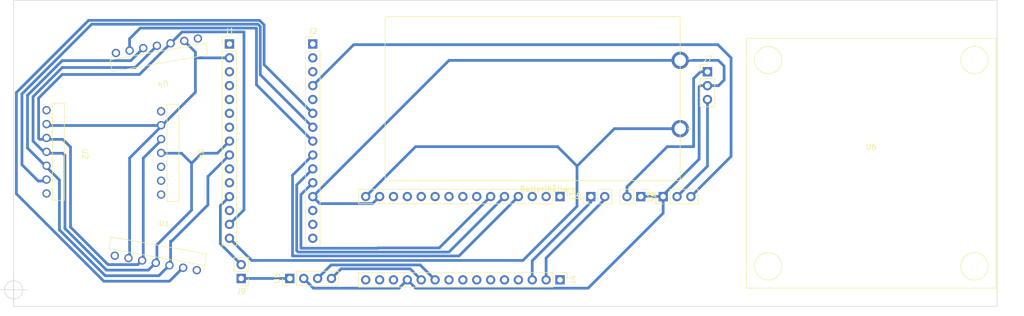
<source format=kicad_pcb>
(kicad_pcb (version 20211014) (generator pcbnew)
  (title_block (date "sam. 04 avril 2015"))
  (layers (0 "F.Cu" signal) (31 "B.Cu" signal) (34 "B.Paste" user) (35 "F.Paste" user) (36 "B.SilkS" user "B.Silkscreen") (37 "F.SilkS" user "F.Silkscreen") (38 "B.Mask" user) (39 "F.Mask" user) (44 "Edge.Cuts" user))
  (net 0 "")
  (net 1 "GND")
  (net 2 "/~{RESET}")
  (net 3 "/*D9")
  (net 4 "/D8")
  (net 5 "/D7")
  (net 6 "/*D6")
  (net 7 "/*D5")
  (net 8 "/D4")
  (net 9 "+5V")
  (net 10 "/A3")
  (net 11 "/A2")
  (net 12 "/A1")
  (net 13 "/A0")
  (net 14 "/AREF")
  (net 15 "/D0{slash}RX")
  (net 16 "/D1{slash}TX")
  (net 17 "/A7")
  (net 18 "/A6")
  (net 19 "/A5{slash}SCL")
  (net 20 "/A4{slash}SDA")
  (net 21 "/D13{slash}SCK")
  (net 22 "/D2")
  (net 23 "/*D3")
  (net 24 "/*D10{slash}SS")
  (net 25 "/*D11{slash}MOSI")
  (net 26 "/D12{slash}MISO")
  (net 27 "+3.3V")
  (net 34 "+9V")
  (net 35 "+BATT")
  (net 36 "/A0{slash}D4")
  (net 37 "/A1{slash}*D3")
  (net 38 "/A2{slash}D2")
  (net 39 "Net-(J9-Pad1)")
  (footprint "Connector_PinHeader_2.54mm:PinHeader_1x04_P2.54mm_Vertical" (layer "F.Cu") (at 113.548 121.92 90)
    (fp_text reference "U5" (at 0 -2.33 90) (layer "F.SilkS"))
    (fp_text value "Start_module")
    (fp_line (start -1.33 8.95) (end 1.33 8.95) (layer "F.SilkS") (width 0.12))
    (fp_line (start -1.33 0) (end -1.33 -1.33) (layer "F.SilkS") (width 0.12))
    (fp_line (start -1.33 1.27) (end 1.33 1.27) (layer "F.SilkS") (width 0.12))
    (fp_line (start -1.33 -1.33) (end 0 -1.33) (layer "F.SilkS") (width 0.12))
    (fp_line (start -1.33 1.27) (end -1.33 8.95) (layer "F.SilkS") (width 0.12))
    (fp_line (start 1.33 1.27) (end 1.33 8.95) (layer "F.SilkS") (width 0.12))
    (pad "1" thru_hole rect (at 0 0 90) (size 1.7 1.7) (drill 1) (layers *.Cu *.Mask) (net 39 "Net-(J9-Pad1)"))
    (pad "2" thru_hole oval (at 0 2.54 90) (size 1.7 1.7) (drill 1) (layers *.Cu *.Mask) (net 1 "GND"))
    (pad "3" thru_hole oval (at 0 5.08 90) (size 1.7 1.7) (drill 1) (layers *.Cu *.Mask) (net 23 "/*D3"))
    (pad "4" thru_hole oval (at 0 7.62 90) (size 1.7 1.7) (drill 1) (layers *.Cu *.Mask) (net 22 "/D2"))
  )
  (footprint "Connector_PinHeader_2.54mm:PinHeader_1x15_P2.54mm_Vertical" (layer "F.Cu") (at 102.5 79)
    (fp_text reference "J1" (at 0 -2.33) (layer "F.SilkS"))
    (fp_text value "Conn_01x15")
    (fp_line (start -1.33 -1.33) (end 0 -1.33) (layer "F.SilkS") (width 0.12))
    (fp_line (start -1.33 1.27) (end 1.33 1.27) (layer "F.SilkS") (width 0.12))
    (fp_line (start 1.33 1.27) (end 1.33 36.89) (layer "F.SilkS") (width 0.12))
    (fp_line (start -1.33 36.89) (end 1.33 36.89) (layer "F.SilkS") (width 0.12))
    (fp_line (start -1.33 0) (end -1.33 -1.33) (layer "F.SilkS") (width 0.12))
    (fp_line (start -1.33 1.27) (end -1.33 36.89) (layer "F.SilkS") (width 0.12))
    (pad "1" thru_hole rect (at 0 0) (size 1.7 1.7) (drill 1) (layers *.Cu *.Mask) (net 21 "/D13{slash}SCK"))
    (pad "2" thru_hole oval (at 0 2.54) (size 1.7 1.7) (drill 1) (layers *.Cu *.Mask) (net 27 "+3.3V"))
    (pad "3" thru_hole oval (at 0 5.08) (size 1.7 1.7) (drill 1) (layers *.Cu *.Mask) (net 14 "/AREF"))
    (pad "4" thru_hole oval (at 0 7.62) (size 1.7 1.7) (drill 1) (layers *.Cu *.Mask) (net 13 "/A0"))
    (pad "5" thru_hole oval (at 0 10.16) (size 1.7 1.7) (drill 1) (layers *.Cu *.Mask) (net 12 "/A1"))
    (pad "6" thru_hole oval (at 0 12.7) (size 1.7 1.7) (drill 1) (layers *.Cu *.Mask) (net 11 "/A2"))
    (pad "7" thru_hole oval (at 0 15.24) (size 1.7 1.7) (drill 1) (layers *.Cu *.Mask) (net 10 "/A3"))
    (pad "8" thru_hole oval (at 0 17.78) (size 1.7 1.7) (drill 1) (layers *.Cu *.Mask) (net 20 "/A4{slash}SDA"))
    (pad "9" thru_hole oval (at 0 20.32) (size 1.7 1.7) (drill 1) (layers *.Cu *.Mask) (net 19 "/A5{slash}SCL"))
    (pad "10" thru_hole oval (at 0 22.86) (size 1.7 1.7) (drill 1) (layers *.Cu *.Mask) (net 18 "/A6"))
    (pad "11" thru_hole oval (at 0 25.4) (size 1.7 1.7) (drill 1) (layers *.Cu *.Mask) (net 17 "/A7"))
    (pad "12" thru_hole oval (at 0 27.94) (size 1.7 1.7) (drill 1) (layers *.Cu *.Mask) (net 9 "+5V"))
    (pad "13" thru_hole oval (at 0 30.48) (size 1.7 1.7) (drill 1) (layers *.Cu *.Mask) (net 2 "/~{RESET}"))
    (pad "14" thru_hole oval (at 0 33.02) (size 1.7 1.7) (drill 1) (layers *.Cu *.Mask) (net 1 "GND"))
    (pad "15" thru_hole oval (at 0 35.56) (size 1.7 1.7) (drill 1) (layers *.Cu *.Mask) (net 34 "+9V"))
  )
  (footprint "Death_by_table:VL53L1x" (layer "F.Cu") (at 96.726092 78 -170)
    (fp_text reference "U4" (at 7.725 -7.075 -170 unlocked) (layer "F.SilkS"))
    (fp_text value "VL53L1X")
    (fp_line (start 16.5 -3.25) (end 16.5 -1.075) (layer "F.SilkS") (width 0.12))
    (fp_line (start 16.5 -1.075) (end -1.275 -1.075) (layer "F.SilkS") (width 0.12))
    (fp_line (start -1.275 -1.075) (end -1.275 -3.25) (layer "F.SilkS") (width 0.12))
    (fp_line (start -1.275 -3.25) (end 16.5 -3.25) (layer "F.SilkS") (width 0.12))
    (pad "1" thru_hole circle (at 0 0 190) (size 1.524 1.524) (drill 1) (layers *.Cu *.Mask))
    (pad "2" thru_hole circle (at 2.54 0 190) (size 1.524 1.524) (drill 1) (layers *.Cu *.Mask) (net 27 "+3.3V"))
    (pad "3" thru_hole circle (at 5.08 0 190) (size 1.524 1.524) (drill 1) (layers *.Cu *.Mask) (net 1 "GND"))
    (pad "4" thru_hole circle (at 7.62 0 190) (size 1.524 1.524) (drill 1) (layers *.Cu *.Mask) (net 20 "/A4{slash}SDA"))
    (pad "5" thru_hole circle (at 10.16 0 190) (size 1.524 1.524) (drill 1) (layers *.Cu *.Mask) (net 19 "/A5{slash}SCL"))
    (pad "6" thru_hole circle (at 12.7 0 190) (size 1.524 1.524) (drill 1) (layers *.Cu *.Mask) (net 7 "/*D5"))
    (pad "7" thru_hole circle (at 15.24 0 190) (size 1.524 1.524) (drill 1) (layers *.Cu *.Mask))
  )
  (footprint "Death_by_table:VL53L1x" (layer "F.Cu") (at 81.72 117.5 -10)
    (fp_text reference "U1" (at 7.725 -7.075 -10 unlocked) (layer "F.SilkS"))
    (fp_text value "VL53L1X")
    (fp_line (start 16.34 -0.795) (end -1.435 -0.795) (layer "F.SilkS") (width 0.12))
    (fp_line (start 16.34 -2.97) (end 16.34 -0.795) (layer "F.SilkS") (width 0.12))
    (fp_line (start -1.435 -2.97) (end 16.34 -2.97) (layer "F.SilkS") (width 0.12))
    (fp_line (start -1.435 -0.795) (end -1.435 -2.97) (layer "F.SilkS") (width 0.12))
    (pad "1" thru_hole circle (at -0.16 0.28 350) (size 1.524 1.524) (drill 1) (layers *.Cu *.Mask))
    (pad "2" thru_hole circle (at 2.38 0.28 350) (size 1.524 1.524) (drill 1) (layers *.Cu *.Mask) (net 27 "+3.3V"))
    (pad "3" thru_hole circle (at 4.92 0.28 350) (size 1.524 1.524) (drill 1) (layers *.Cu *.Mask) (net 1 "GND"))
    (pad "4" thru_hole circle (at 7.46 0.28 350) (size 1.524 1.524) (drill 1) (layers *.Cu *.Mask) (net 20 "/A4{slash}SDA"))
    (pad "5" thru_hole circle (at 10 0.28 350) (size 1.524 1.524) (drill 1) (layers *.Cu *.Mask) (net 19 "/A5{slash}SCL"))
    (pad "6" thru_hole circle (at 12.54 0.28 350) (size 1.524 1.524) (drill 1) (layers *.Cu *.Mask) (net 5 "/D7"))
    (pad "7" thru_hole circle (at 15.08 0.28 350) (size 1.524 1.524) (drill 1) (layers *.Cu *.Mask))
  )
  (footprint "Connector_PinHeader_2.54mm:PinHeader_1x03_P2.54mm_Vertical" (layer "F.Cu") (at 189.992 84.089)
    (fp_text reference "J7" (at 0 -2.33) (layer "F.SilkS"))
    (fp_text value "Conn_01x03")
    (fp_line (start -1.33 1.27) (end -1.33 6.41) (layer "F.SilkS") (width 0.12))
    (fp_line (start -1.33 0) (end -1.33 -1.33) (layer "F.SilkS") (width 0.12))
    (fp_line (start -1.33 -1.33) (end 0 -1.33) (layer "F.SilkS") (width 0.12))
    (fp_line (start -1.33 1.27) (end 1.33 1.27) (layer "F.SilkS") (width 0.12))
    (fp_line (start -1.33 6.41) (end 1.33 6.41) (layer "F.SilkS") (width 0.12))
    (fp_line (start 1.33 1.27) (end 1.33 6.41) (layer "F.SilkS") (width 0.12))
    (pad "1" thru_hole rect (at 0 0) (size 1.7 1.7) (drill 1) (layers *.Cu *.Mask) (net 35 "+BATT"))
    (pad "2" thru_hole oval (at 0 2.54) (size 1.7 1.7) (drill 1) (layers *.Cu *.Mask) (net 1 "GND"))
    (pad "3" thru_hole oval (at 0 5.08) (size 1.7 1.7) (drill 1) (layers *.Cu *.Mask) (net 9 "+5V"))
  )
  (footprint "Connector_PinHeader_2.54mm:PinHeader_1x15_P2.54mm_Vertical" (layer "F.Cu") (at 163 122.174 -90)
    (fp_text reference "J4" (at 0 -2.33 90) (layer "F.SilkS"))
    (fp_text value "Conn_01x15")
    (fp_line (start -1.33 1.27) (end 1.33 1.27) (layer "F.SilkS") (width 0.12))
    (fp_line (start -1.33 1.27) (end -1.33 36.89) (layer "F.SilkS") (width 0.12))
    (fp_line (start -1.33 0) (end -1.33 -1.33) (layer "F.SilkS") (width 0.12))
    (fp_line (start -1.33 -1.33) (end 0 -1.33) (layer "F.SilkS") (width 0.12))
    (fp_line (start 1.33 1.27) (end 1.33 36.89) (layer "F.SilkS") (width 0.12))
    (fp_line (start -1.33 36.89) (end 1.33 36.89) (layer "F.SilkS") (width 0.12))
    (pad "1" thru_hole rect (at 0 0 270) (size 1.7 1.7) (drill 1) (layers *.Cu *.Mask) (net 26 "/D12{slash}MISO"))
    (pad "2" thru_hole oval (at 0 2.54 270) (size 1.7 1.7) (drill 1) (layers *.Cu *.Mask) (net 25 "/*D11{slash}MOSI"))
    (pad "3" thru_hole oval (at 0 5.08 270) (size 1.7 1.7) (drill 1) (layers *.Cu *.Mask) (net 24 "/*D10{slash}SS"))
    (pad "4" thru_hole oval (at 0 7.62 270) (size 1.7 1.7) (drill 1) (layers *.Cu *.Mask) (net 3 "/*D9"))
    (pad "5" thru_hole oval (at 0 10.16 270) (size 1.7 1.7) (drill 1) (layers *.Cu *.Mask) (net 4 "/D8"))
    (pad "6" thru_hole oval (at 0 12.7 270) (size 1.7 1.7) (drill 1) (layers *.Cu *.Mask) (net 5 "/D7"))
    (pad "7" thru_hole oval (at 0 15.24 270) (size 1.7 1.7) (drill 1) (layers *.Cu *.Mask) (net 6 "/*D6"))
    (pad "8" thru_hole oval (at 0 17.78 270) (size 1.7 1.7) (drill 1) (layers *.Cu *.Mask) (net 7 "/*D5"))
    (pad "9" thru_hole oval (at 0 20.32 270) (size 1.7 1.7) (drill 1) (layers *.Cu *.Mask) (net 8 "/D4"))
    (pad "10" thru_hole oval (at 0 22.86 270) (size 1.7 1.7) (drill 1) (layers *.Cu *.Mask) (net 23 "/*D3"))
    (pad "11" thru_hole oval (at 0 25.4 270) (size 1.7 1.7) (drill 1) (layers *.Cu *.Mask) (net 22 "/D2"))
    (pad "12" thru_hole oval (at 0 27.94 270) (size 1.7 1.7) (drill 1) (layers *.Cu *.Mask) (net 1 "GND"))
    (pad "13" thru_hole oval (at 0 30.48 270) (size 1.7 1.7) (drill 1) (layers *.Cu *.Mask) (net 2 "/~{RESET}"))
    (pad "14" thru_hole oval (at 0 33.02 270) (size 1.7 1.7) (drill 1) (layers *.Cu *.Mask) (net 15 "/D0{slash}RX"))
    (pad "15" thru_hole oval (at 0 35.56 270) (size 1.7 1.7) (drill 1) (layers *.Cu *.Mask) (net 16 "/D1{slash}TX"))
  )
  (footprint "Connector_PinHeader_2.54mm:PinHeader_1x02_P2.54mm_Vertical" (layer "F.Cu") (at 168.651 106.934 90)
    (fp_text reference "J5" (at 0 -2.33 90) (layer "F.SilkS"))
    (fp_text value "Conn_01x02")
    (fp_line (start -1.33 0) (end -1.33 -1.33) (layer "F.SilkS") (width 0.12))
    (fp_line (start -1.33 3.87) (end 1.33 3.87) (layer "F.SilkS") (width 0.12))
    (fp_line (start 1.33 1.27) (end 1.33 3.87) (layer "F.SilkS") (width 0.12))
    (fp_line (start -1.33 -1.33) (end 0 -1.33) (layer "F.SilkS") (width 0.12))
    (fp_line (start -1.33 1.27) (end 1.33 1.27) (layer "F.SilkS") (width 0.12))
    (fp_line (start -1.33 1.27) (end -1.33 3.87) (layer "F.SilkS") (width 0.12))
    (pad "1" thru_hole rect (at 0 0 90) (size 1.7 1.7) (drill 1) (layers *.Cu *.Mask) (net 24 "/*D10{slash}SS"))
    (pad "2" thru_hole oval (at 0 2.54 90) (size 1.7 1.7) (drill 1) (layers *.Cu *.Mask) (net 25 "/*D11{slash}MOSI"))
  )
  (footprint "Egna:Batterihållare_9V_projekt_2" (layer "F.Cu") (at 185 74 180)
    (fp_text reference "Batterihållare" (at 24.225 -31.55) (layer "F.SilkS"))
    (fp_text value "Batterihållare_9V_projekt_2")
    (fp_text user "+" (at -1.778 -20.574 180 unlocked) (layer "F.SilkS"))
    (fp_text user "-" (at -1.778 -7.874 180 unlocked) (layer "F.SilkS") (effects (font (thickness 0.1))))
    (fp_rect (start 0 0) (end 54 -30) (layer "F.SilkS") (width 0.12) (fill none))
    (pad "" np_thru_hole circle (at 15 -27 180) (size 2.3 2.3) (drill 3.25) (layers F&B.Cu *.Mask))
    (pad "" np_thru_hole circle (at 40.5 -3 180) (size 2.3 2.3) (drill 3.25) (layers F&B.Cu *.Mask))
    (pad "" np_thru_hole circle (at 15 -3 180) (size 2.3 2.3) (drill 3.25) (layers F&B.Cu *.Mask))
    (pad "" np_thru_hole circle (at 40.5 -27 180) (size 2.3 2.3) (drill 3.25) (layers F&B.Cu *.Mask))
    (pad "1" thru_hole circle (at 0 -20.5 180) (size 3.165 3.165) (drill 2.11) (layers *.Cu *.Mask) (net 34 "+9V"))
    (pad "2" thru_hole circle (at 0 -8 180) (size 3.165 3.165) (drill 2.11) (layers *.Cu *.Mask) (net 1 "GND"))
  )
  (footprint "Connector_PinHeader_2.54mm:PinHeader_1x15_P2.54mm_Vertical" (layer "F.Cu") (at 117.75 79)
    (fp_text reference "J2" (at 0 -2.33) (layer "F.SilkS"))
    (fp_text value "Conn_01x15")
    (fp_line (start -1.33 -1.33) (end 0 -1.33) (layer "F.SilkS") (width 0.12))
    (fp_line (start 1.33 1.27) (end 1.33 36.89) (layer "F.SilkS") (width 0.12))
    (fp_line (start -1.33 1.27) (end 1.33 1.27) (layer "F.SilkS") (width 0.12))
    (fp_line (start -1.33 0) (end -1.33 -1.33) (layer "F.SilkS") (width 0.12))
    (fp_line (start -1.33 1.27) (end -1.33 36.89) (layer "F.SilkS") (width 0.12))
    (fp_line (start -1.33 36.89) (end 1.33 36.89) (layer "F.SilkS") (width 0.12))
    (pad "1" thru_hole rect (at 0 0) (size 1.7 1.7) (drill 1) (layers *.Cu *.Mask) (net 26 "/D12{slash}MISO"))
    (pad "2" thru_hole oval (at 0 2.54) (size 1.7 1.7) (drill 1) (layers *.Cu *.Mask) (net 25 "/*D11{slash}MOSI"))
    (pad "3" thru_hole oval (at 0 5.08) (size 1.7 1.7) (drill 1) (layers *.Cu *.Mask) (net 24 "/*D10{slash}SS"))
    (pad "4" thru_hole oval (at 0 7.62) (size 1.7 1.7) (drill 1) (layers *.Cu *.Mask) (net 3 "/*D9"))
    (pad "5" thru_hole oval (at 0 10.16) (size 1.7 1.7) (drill 1) (layers *.Cu *.Mask) (net 4 "/D8"))
    (pad "6" thru_hole oval (at 0 12.7) (size 1.7 1.7) (drill 1) (layers *.Cu *.Mask) (net 5 "/D7"))
    (pad "7" thru_hole oval (at 0 15.24) (size 1.7 1.7) (drill 1) (layers *.Cu *.Mask) (net 6 "/*D6"))
    (pad "8" thru_hole oval (at 0 17.78) (size 1.7 1.7) (drill 1) (layers *.Cu *.Mask) (net 7 "/*D5"))
    (pad "9" thru_hole oval (at 0 20.32) (size 1.7 1.7) (drill 1) (layers *.Cu *.Mask) (net 36 "/A0{slash}D4"))
    (pad "10" thru_hole oval (at 0 22.86) (size 1.7 1.7) (drill 1) (layers *.Cu *.Mask) (net 37 "/A1{slash}*D3"))
    (pad "11" thru_hole oval (at 0 25.4) (size 1.7 1.7) (drill 1) (layers *.Cu *.Mask) (net 38 "/A2{slash}D2"))
    (pad "12" thru_hole oval (at 0 27.94) (size 1.7 1.7) (drill 1) (layers *.Cu *.Mask) (net 1 "GND"))
    (pad "13" thru_hole oval (at 0 30.48) (size 1.7 1.7) (drill 1) (layers *.Cu *.Mask) (net 2 "/~{RESET}"))
    (pad "14" thru_hole oval (at 0 33.02) (size 1.7 1.7) (drill 1) (layers *.Cu *.Mask) (net 15 "/D0{slash}RX"))
    (pad "15" thru_hole oval (at 0 35.56) (size 1.7 1.7) (drill 1) (layers *.Cu *.Mask) (net 16 "/D1{slash}TX"))
  )
  (footprint "Death_by_table:H-brygga" (layer "F.Cu") (at 197.104 123.698)
    (fp_text reference "U6" (at 22.86 -25.86 unlocked) (layer "F.SilkS"))
    (fp_text value "H-brygga")
    (fp_rect (start 0 0) (end 45.72 -45.72) (layer "F.SilkS") (width 0.12) (fill none))
    (fp_circle (center 4 -4) (end 2.5 -2) (layer "F.SilkS") (width 0.12) (fill none))
    (fp_circle (center 41.75 -4) (end 40.25 -2) (layer "F.SilkS") (width 0.12) (fill none))
    (fp_circle (center 41.75 -41.75) (end 40.25 -39.75) (layer "F.SilkS") (width 0.12) (fill none))
    (fp_circle (center 4 -41.75) (end 2.5 -39.75) (layer "F.SilkS") (width 0.12) (fill none))
    (pad "" np_thru_hole circle (at 4 -4) (size 2.5 2.5) (drill 2.5) (layers F&B.Cu *.Mask))
    (pad "" np_thru_hole circle (at 41.75 -41.75) (size 2.5 2.5) (drill 2.5) (layers F&B.Cu *.Mask))
    (pad "" np_thru_hole circle (at 4 -41.75) (size 2.5 2.5) (drill 2.5) (layers F&B.Cu *.Mask))
    (pad "" np_thru_hole circle (at 41.75 -4) (size 2.5 2.5) (drill 2.5) (layers F&B.Cu *.Mask))
  )
  (footprint "Connector_PinHeader_2.54mm:PinHeader_1x02_P2.54mm_Vertical" (layer "F.Cu") (at 104.648 121.925 180)
    (fp_text reference "J9" (at 0 -2.33) (layer "F.SilkS"))
    (fp_text value "Conn_01x02")
    (fp_line (start 1.33 1.27) (end 1.33 3.87) (layer "F.SilkS") (width 0.12))
    (fp_line (start -1.33 -1.33) (end 0 -1.33) (layer "F.SilkS") (width 0.12))
    (fp_line (start -1.33 1.27) (end 1.33 1.27) (layer "F.SilkS") (width 0.12))
    (fp_line (start -1.33 1.27) (end -1.33 3.87) (layer "F.SilkS") (width 0.12))
    (fp_line (start -1.33 3.87) (end 1.33 3.87) (layer "F.SilkS") (width 0.12))
    (fp_line (start -1.33 0) (end -1.33 -1.33) (layer "F.SilkS") (width 0.12))
    (pad "1" thru_hole rect (at 0 0 180) (size 1.7 1.7) (drill 1) (layers *.Cu *.Mask) (net 39 "Net-(J9-Pad1)"))
    (pad "2" thru_hole oval (at 0 2.54 180) (size 1.7 1.7) (drill 1) (layers *.Cu *.Mask) (net 9 "+5V"))
  )
  (footprint "Connector_PinHeader_2.54mm:PinHeader_1x15_P2.54mm_Vertical" (layer "F.Cu") (at 163 106.924 -90)
    (fp_text reference "J3" (at 0 -2.33 90) (layer "F.SilkS"))
    (fp_text value "Conn_01x15")
    (fp_line (start 1.33 1.27) (end 1.33 36.89) (layer "F.SilkS") (width 0.12))
    (fp_line (start -1.33 1.27) (end -1.33 36.89) (layer "F.SilkS") (width 0.12))
    (fp_line (start -1.33 1.27) (end 1.33 1.27) (layer "F.SilkS") (width 0.12))
    (fp_line (start -1.33 0) (end -1.33 -1.33) (layer "F.SilkS") (width 0.12))
    (fp_line (start -1.33 -1.33) (end 0 -1.33) (layer "F.SilkS") (width 0.12))
    (fp_line (start -1.33 36.89) (end 1.33 36.89) (layer "F.SilkS") (width 0.12))
    (pad "1" thru_hole rect (at 0 0 270) (size 1.7 1.7) (drill 1) (layers *.Cu *.Mask) (net 21 "/D13{slash}SCK"))
    (pad "2" thru_hole oval (at 0 2.54 270) (size 1.7 1.7) (drill 1) (layers *.Cu *.Mask) (net 27 "+3.3V"))
    (pad "3" thru_hole oval (at 0 5.08 270) (size 1.7 1.7) (drill 1) (layers *.Cu *.Mask) (net 14 "/AREF"))
    (pad "4" thru_hole oval (at 0 7.62 270) (size 1.7 1.7) (drill 1) (layers *.Cu *.Mask) (net 36 "/A0{slash}D4"))
    (pad "5" thru_hole oval (at 0 10.16 270) (size 1.7 1.7) (drill 1) (layers *.Cu *.Mask) (net 37 "/A1{slash}*D3"))
    (pad "6" thru_hole oval (at 0 12.7 270) (size 1.7 1.7) (drill 1) (layers *.Cu *.Mask) (net 38 "/A2{slash}D2"))
    (pad "7" thru_hole oval (at 0 15.24 270) (size 1.7 1.7) (drill 1) (layers *.Cu *.Mask) (net 10 "/A3"))
    (pad "8" thru_hole oval (at 0 17.78 270) (size 1.7 1.7) (drill 1) (layers *.Cu *.Mask) (net 20 "/A4{slash}SDA"))
    (pad "9" thru_hole oval (at 0 20.32 270) (size 1.7 1.7) (drill 1) (layers *.Cu *.Mask) (net 19 "/A5{slash}SCL"))
    (pad "10" thru_hole oval (at 0 22.86 270) (size 1.7 1.7) (drill 1) (layers *.Cu *.Mask) (net 18 "/A6"))
    (pad "11" thru_hole oval (at 0 25.4 270) (size 1.7 1.7) (drill 1) (layers *.Cu *.Mask) (net 17 "/A7"))
    (pad "12" thru_hole oval (at 0 27.94 270) (size 1.7 1.7) (drill 1) (layers *.Cu *.Mask) (net 9 "+5V"))
    (pad "13" thru_hole oval (at 0 30.48 270) (size 1.7 1.7) (drill 1) (layers *.Cu *.Mask) (net 2 "/~{RESET}"))
    (pad "14" thru_hole oval (at 0 33.02 270) (size 1.7 1.7) (drill 1) (layers *.Cu *.Mask) (net 1 "GND"))
    (pad "15" thru_hole oval (at 0 35.56 270) (size 1.7 1.7) (drill 1) (layers *.Cu *.Mask) (net 34 "+9V"))
  )
  (footprint "Connector_PinHeader_2.54mm:PinHeader_1x02_P2.54mm_Vertical" (layer "F.Cu") (at 177.8 106.934 -90)
    (fp_text reference "J6" (at 0 -2.33 90) (layer "F.SilkS"))
    (fp_text value "Conn_01x02")
    (fp_line (start 1.33 1.27) (end 1.33 3.87) (layer "F.SilkS") (width 0.12))
    (fp_line (start -1.33 0) (end -1.33 -1.33) (layer "F.SilkS") (width 0.12))
    (fp_line (start -1.33 -1.33) (end 0 -1.33) (layer "F.SilkS") (width 0.12))
    (fp_line (start -1.33 3.87) (end 1.33 3.87) (layer "F.SilkS") (width 0.12))
    (fp_line (start -1.33 1.27) (end 1.33 1.27) (layer "F.SilkS") (width 0.12))
    (fp_line (start -1.33 1.27) (end -1.33 3.87) (layer "F.SilkS") (width 0.12))
    (pad "1" thru_hole rect (at 0 0 270) (size 1.7 1.7) (drill 1) (layers *.Cu *.Mask) (net 1 "GND"))
    (pad "2" thru_hole oval (at 0 2.54 270) (size 1.7 1.7) (drill 1) (layers *.Cu *.Mask) (net 35 "+BATT"))
  )
  (footprint "Death_by_table:VL53L1x" (layer "F.Cu") (at 69 91.38 -90)
    (fp_text reference "U2" (at 7.725 -7.075 -90 unlocked) (layer "F.SilkS"))
    (fp_text value "VL53L1X")
    (fp_line (start 16.24 -3.27) (end 16.24 -1.095) (layer "F.SilkS") (width 0.12))
    (fp_line (start -1.535 -1.095) (end -1.535 -3.27) (layer "F.SilkS") (width 0.12))
    (fp_line (start 16.24 -1.095) (end -1.535 -1.095) (layer "F.SilkS") (width 0.12))
    (fp_line (start -1.535 -3.27) (end 16.24 -3.27) (layer "F.SilkS") (width 0.12))
    (pad "1" thru_hole circle (at -0.26 -0.02 270) (size 1.524 1.524) (drill 1) (layers *.Cu *.Mask))
    (pad "2" thru_hole circle (at 2.28 -0.02 270) (size 1.524 1.524) (drill 1) (layers *.Cu *.Mask) (net 27 "+3.3V"))
    (pad "3" thru_hole circle (at 4.82 -0.02 270) (size 1.524 1.524) (drill 1) (layers *.Cu *.Mask) (net 1 "GND"))
    (pad "4" thru_hole circle (at 7.36 -0.02 270) (size 1.524 1.524) (drill 1) (layers *.Cu *.Mask) (net 20 "/A4{slash}SDA"))
    (pad "5" thru_hole circle (at 9.9 -0.02 270) (size 1.524 1.524) (drill 1) (layers *.Cu *.Mask) (net 19 "/A5{slash}SCL"))
    (pad "6" thru_hole circle (at 12.44 -0.02 270) (size 1.524 1.524) (drill 1) (layers *.Cu *.Mask) (net 6 "/*D6"))
    (pad "7" thru_hole circle (at 14.98 -0.02 270) (size 1.524 1.524) (drill 1) (layers *.Cu *.Mask))
  )
  (footprint "Death_by_table:VL53L1x" (layer "F.Cu") (at 90.17 91.38 -90)
    (fp_text reference "U4" (at 7.725 -7.075 -90 unlocked) (layer "F.SilkS"))
    (fp_text value "VL53L1X")
    (fp_line (start -1.335 -3.07) (end 16.44 -3.07) (layer "F.SilkS") (width 0.12))
    (fp_line (start 16.44 -3.07) (end 16.44 -0.895) (layer "F.SilkS") (width 0.12))
    (fp_line (start -1.335 -0.895) (end -1.335 -3.07) (layer "F.SilkS") (width 0.12))
    (fp_line (start 16.44 -0.895) (end -1.335 -0.895) (layer "F.SilkS") (width 0.12))
    (pad "1" thru_hole circle (at -0.06 0.18 270) (size 1.524 1.524) (drill 1) (layers *.Cu *.Mask))
    (pad "2" thru_hole circle (at 2.48 0.18 270) (size 1.524 1.524) (drill 1) (layers *.Cu *.Mask) (net 27 "+3.3V"))
    (pad "3" thru_hole circle (at 5.02 0.18 270) (size 1.524 1.524) (drill 1) (layers *.Cu *.Mask) (net 1 "GND"))
    (pad "4" thru_hole circle (at 7.56 0.18 270) (size 1.524 1.524) (drill 1) (layers *.Cu *.Mask) (net 20 "/A4{slash}SDA"))
    (pad "5" thru_hole circle (at 10.1 0.18 270) (size 1.524 1.524) (drill 1) (layers *.Cu *.Mask) (net 19 "/A5{slash}SCL"))
    (pad "6" thru_hole circle (at 12.64 0.18 270) (size 1.524 1.524) (drill 1) (layers *.Cu *.Mask) (net 4 "/D8"))
    (pad "7" thru_hole circle (at 15.18 0.18 270) (size 1.524 1.524) (drill 1) (layers *.Cu *.Mask))
  )
  (footprint "Connector_PinHeader_2.54mm:PinHeader_1x03_P2.54mm_Vertical" (layer "F.Cu") (at 181.879 106.934 90)
    (fp_text reference "U3" (at 0 -2.33 90) (layer "F.SilkS"))
    (fp_text value "Servo")
    (fp_line (start 1.33 1.27) (end 1.33 6.41) (layer "F.SilkS") (width 0.12))
    (fp_line (start -1.33 6.41) (end 1.33 6.41) (layer "F.SilkS") (width 0.12))
    (fp_line (start -1.33 -1.33) (end 0 -1.33) (layer "F.SilkS") (width 0.12))
    (fp_line (start -1.33 0) (end -1.33 -1.33) (layer "F.SilkS") (width 0.12))
    (fp_line (start -1.33 1.27) (end 1.33 1.27) (layer "F.SilkS") (width 0.12))
    (fp_line (start -1.33 1.27) (end -1.33 6.41) (layer "F.SilkS") (width 0.12))
    (pad "1" thru_hole rect (at 0 0 90) (size 1.7 1.7) (drill 1) (layers *.Cu *.Mask) (net 1 "GND"))
    (pad "2" thru_hole oval (at 0 2.54 90) (size 1.7 1.7) (drill 1) (layers *.Cu *.Mask) (net 9 "+5V"))
    (pad "3" thru_hole oval (at 0 5.08 90) (size 1.7 1.7) (drill 1) (layers *.Cu *.Mask) (net 3 "/*D9"))
  )
  (gr_line (start 63 127) (end 103 127) (layer "Edge.Cuts") (width 0.1))
  (gr_line (start 63 127) (end 63 71) (layer "Edge.Cuts") (width 0.1))
  (gr_line (start 243 127) (end 243 71) (layer "Edge.Cuts") (width 0.1))
  (gr_line (start 203 71) (end 243 71) (layer "Edge.Cuts") (width 0.1))
  (gr_line (start 203 71) (end 103 71) (layer "Edge.Cuts") (width 0.1))
  (gr_line (start 203 127) (end 243 127) (layer "Edge.Cuts") (width 0.1))
  (gr_line (start 203 127) (end 103 127) (layer "Edge.Cuts") (width 0.1))
  (gr_line (start 63 71) (end 103 71) (layer "Edge.Cuts") (width 0.1))
  (target plus (at 63 124) (size 5) (width 0.1) (layer "Edge.Cuts"))
  (segment (start 116.088 121.92) (end 117.866 123.698) (width 0.5) (layer "B.Cu") (net 1))
  (segment (start 136.584 123.698) (end 168.148 123.698) (width 0.5) (layer "B.Cu") (net 1))
  (segment (start 188.707 86.629) (end 192.024 86.629) (width 0.5) (layer "B.Cu") (net 1))
  (segment (start 93.817402 76.788) (end 105.156 76.788) (width 0.5) (layer "B.Cu") (net 1))
  (segment (start 73.406 97.866) (end 73.406 112.522) (width 0.5) (layer "B.Cu") (net 1))
  (segment (start 85.724956 119.38) (end 86.722823 118.382133) (width 0.5) (layer "B.Cu") (net 1))
  (segment (start 191.982 82) (end 193.04 83.058) (width 0.5) (layer "B.Cu") (net 1))
  (segment (start 90.17 96.46) (end 86.722823 99.907177) (width 0.5) (layer "B.Cu") (net 1))
  (segment (start 71.882 84.582) (end 67.564 88.9) (width 0.5) (layer "B.Cu") (net 1))
  (segment (start 72 96.46) (end 73.406 97.866) (width 0.5) (layer "B.Cu") (net 1))
  (segment (start 142.69 82) (end 185 82) (width 0.5) (layer "B.Cu") (net 1))
  (segment (start 133.536 123.698) (end 135.06 122.174) (width 0.5) (layer "B.Cu") (net 1))
  (segment (start 67.564 88.9) (end 67.564 96.266) (width 0.5) (layer "B.Cu") (net 1))
  (segment (start 86.722823 99.907177) (end 86.722823 118.382133) (width 0.5) (layer "B.Cu") (net 1))
  (segment (start 80.264 119.38) (end 85.724956 119.38) (width 0.5) (layer "B.Cu") (net 1))
  (segment (start 135.06 122.174) (end 136.584 123.698) (width 0.5) (layer "B.Cu") (net 1))
  (segment (start 86.023402 84.582) (end 71.882 84.582) (width 0.5) (layer "B.Cu") (net 1))
  (segment (start 105.156 76.788) (end 105.156 109.364) (width 0.5) (layer "B.Cu") (net 1))
  (segment (start 181.854 106.909) (end 181.879 106.934) (width 0.5) (layer "B.Cu") (net 1))
  (segment (start 91.723269 78.882133) (end 93.817402 76.788) (width 0.5) (layer "B.Cu") (net 1))
  (segment (start 193.04 85.598) (end 192.024 86.614) (width 0.5) (layer "B.Cu") (net 1))
  (segment (start 177.8 106.934) (end 177.825 106.909) (width 0.5) (layer "B.Cu") (net 1))
  (segment (start 181.879 106.934) (end 181.879 106.665) (width 0.5) (layer "B.Cu") (net 1))
  (segment (start 105.156 109.364) (end 102.5 112.02) (width 0.5) (layer "B.Cu") (net 1))
  (segment (start 168.148 123.698) (end 181.879 109.967) (width 0.5) (layer "B.Cu") (net 1))
  (segment (start 117.866 123.698) (end 133.536 123.698) (width 0.5) (layer "B.Cu") (net 1))
  (segment (start 181.879 109.967) (end 181.879 106.934) (width 0.5) (layer "B.Cu") (net 1))
  (segment (start 73.406 112.522) (end 80.264 119.38) (width 0.5) (layer "B.Cu") (net 1))
  (segment (start 177.825 106.909) (end 181.854 106.909) (width 0.5) (layer "B.Cu") (net 1))
  (segment (start 128.68 108.224) (end 129.98 106.924) (width 0.5) (layer "B.Cu") (net 1))
  (segment (start 117.75 106.94) (end 142.69 82) (width 0.5) (layer "B.Cu") (net 1))
  (segment (start 117.75 106.94) (end 119.034 108.224) (width 0.5) (layer "B.Cu") (net 1))
  (segment (start 188.468 100.076) (end 188.468 86.868) (width 0.5) (layer "B.Cu") (net 1))
  (segment (start 181.879 106.665) (end 188.468 100.076) (width 0.5) (layer "B.Cu") (net 1))
  (segment (start 188.468 86.868) (end 188.707 86.629) (width 0.5) (layer "B.Cu") (net 1))
  (segment (start 91.723269 78.882133) (end 86.023402 84.582) (width 0.5) (layer "B.Cu") (net 1))
  (segment (start 185 82) (end 191.982 82) (width 0.5) (layer "B.Cu") (net 1))
  (segment (start 193.04 83.058) (end 193.04 85.598) (width 0.5) (layer "B.Cu") (net 1))
  (segment (start 67.564 96.266) (end 67.758 96.46) (width 0.5) (layer "B.Cu") (net 1))
  (segment (start 119.034 108.224) (end 128.68 108.224) (width 0.5) (layer "B.Cu") (net 1))
  (segment (start 67.758 96.46) (end 72 96.46) (width 0.5) (layer "B.Cu") (net 1))
  (segment (start 194.31 99.583) (end 194.31 81.534) (width 0.5) (layer "B.Cu") (net 3))
  (segment (start 194.31 81.534) (end 191.901001 79.125001) (width 0.5) (layer "B.Cu") (net 3))
  (segment (start 186.959 106.934) (end 194.31 99.583) (width 0.5) (layer "B.Cu") (net 3))
  (segment (start 191.901001 79.125001) (end 125.244999 79.125001) (width 0.5) (layer "B.Cu") (net 3))
  (segment (start 125.244999 79.125001) (end 117.75 86.62) (width 0.5) (layer "B.Cu") (net 3))
  (segment (start 108.842 75.508102) (end 108.842 82.792) (width 0.5) (layer "B.Cu") (net 5))
  (segment (start 63.5 87.884) (end 76.708 74.676) (width 0.5) (layer "B.Cu") (net 5))
  (segment (start 76.708 74.676) (end 108.009898 74.676) (width 0.5) (layer "B.Cu") (net 5))
  (segment (start 79.502 122.428) (end 63.5 106.426) (width 0.5) (layer "B.Cu") (net 5))
  (segment (start 91.50439 122.428) (end 79.502 122.428) (width 0.5) (layer "B.Cu") (net 5))
  (segment (start 94.227058 119.705332) (end 91.50439 122.428) (width 0.5) (layer "B.Cu") (net 5))
  (segment (start 63.5 106.426) (end 63.5 87.884) (width 0.5) (layer "B.Cu") (net 5))
  (segment (start 108.009898 74.676) (end 108.842 75.508102) (width 0.5) (layer "B.Cu") (net 5))
  (segment (start 108.842 82.792) (end 117.75 91.7) (width 0.5) (layer "B.Cu") (net 5))
  (segment (start 77.266 75.388) (end 64.516 88.138) (width 0.5) (layer "B.Cu") (net 6))
  (segment (start 117.75 94.24) (end 108.142 84.632) (width 0.5) (layer "B.Cu") (net 6))
  (segment (start 108.142 84.632) (end 108.142 75.798051) (width 0.5) (layer "B.Cu") (net 6))
  (segment (start 64.516 101.092) (end 67.504 104.08) (width 0.5) (layer "B.Cu") (net 6))
  (segment (start 107.731949 75.388) (end 77.266 75.388) (width 0.5) (layer "B.Cu") (net 6))
  (segment (start 108.142 75.798051) (end 107.731949 75.388) (width 0.5) (layer "B.Cu") (net 6))
  (segment (start 67.504 104.08) (end 69 104.08) (width 0.5) (layer "B.Cu") (net 6))
  (segment (start 64.516 88.138) (end 64.516 101.092) (width 0.5) (layer "B.Cu") (net 6))
  (segment (start 107.442 86.472) (end 117.75 96.78) (width 0.5) (layer "B.Cu") (net 7))
  (segment (start 84.219034 78.044966) (end 86.176 76.088) (width 0.5) (layer "B.Cu") (net 7))
  (segment (start 107.442 76.088) (end 107.442 86.472) (width 0.5) (layer "B.Cu") (net 7))
  (segment (start 86.176 76.088) (end 107.442 76.088) (width 0.5) (layer "B.Cu") (net 7))
  (segment (start 84.219034 80.205332) (end 84.219034 78.044966) (width 0.5) (layer "B.Cu") (net 7))
  (segment (start 100.838 115.575) (end 100.838 108.602) (width 0.5) (layer "B.Cu") (net 9))
  (segment (start 184.419 106.934) (end 189.992 101.361) (width 0.5) (layer "B.Cu") (net 9))
  (segment (start 104.648 119.385) (end 100.838 115.575) (width 0.5) (layer "B.Cu") (net 9))
  (segment (start 189.992 101.361) (end 189.992 89.169) (width 0.5) (layer "B.Cu") (net 9))
  (segment (start 100.838 108.602) (end 102.5 106.94) (width 0.5) (layer "B.Cu") (net 9))
  (segment (start 91.725647 115.094353) (end 91.915647 115.094353) (width 0.5) (layer "B.Cu") (net 19))
  (segment (start 91.725647 119.264265) (end 91.725647 115.094353) (width 0.5) (layer "B.Cu") (net 19))
  (segment (start 91.915647 115.094353) (end 98.552 108.458) (width 0.5) (layer "B.Cu") (net 19))
  (segment (start 98.552 108.458) (end 98.552 103.268) (width 0.5) (layer "B.Cu") (net 19))
  (segment (start 89.577912 121.412) (end 91.725647 119.264265) (width 0.5) (layer "B.Cu") (net 19))
  (segment (start 84.44271 82.042) (end 71.882 82.042) (width 0.5) (layer "B.Cu") (net 19))
  (segment (start 65.532 98.044) (end 71.374 103.886) (width 0.5) (layer "B.Cu") (net 19))
  (segment (start 65.532 88.392) (end 65.532 98.044) (width 0.5) (layer "B.Cu") (net 19))
  (segment (start 98.552 103.268) (end 102.5 99.32) (width 0.5) (layer "B.Cu") (net 19))
  (segment (start 71.374 113.03) (end 79.756 121.412) (width 0.5) (layer "B.Cu") (net 19))
  (segment (start 71.882 82.042) (end 65.532 88.392) (width 0.5) (layer "B.Cu") (net 19))
  (segment (start 86.720445 79.764265) (end 84.44271 82.042) (width 0.5) (layer "B.Cu") (net 19))
  (segment (start 79.756 121.412) (end 89.577912 121.412) (width 0.5) (layer "B.Cu") (net 19))
  (segment (start 71.374 103.886) (end 71.374 113.03) (width 0.5) (layer "B.Cu") (net 19))
  (segment (start 72 99) (end 72.39 99.39) (width 0.5) (layer "B.Cu") (net 20))
  (segment (start 85.233056 83.312) (end 71.882 83.312) (width 0.5) (layer "B.Cu") (net 20))
  (segment (start 90.17 99) (end 93.726 99) (width 0.5) (layer "B.Cu") (net 20))
  (segment (start 66.548 96.774) (end 68.774 99) (width 0.5) (layer "B.Cu") (net 20))
  (segment (start 95.564 100.838) (end 97.402 99) (width 0.5) (layer "B.Cu") (net 20))
  (segment (start 89.221857 79.323199) (end 85.233056 83.312) (width 0.5) (layer "B.Cu") (net 20))
  (segment (start 68.774 99) (end 72 99) (width 0.5) (layer "B.Cu") (net 20))
  (segment (start 95.564 109.414) (end 95.564 101.032) (width 0.5) (layer "B.Cu") (net 20))
  (segment (start 72.39 112.776) (end 80.01 120.396) (width 0.5) (layer "B.Cu") (net 20))
  (segment (start 89.224235 115.753765) (end 95.564 109.414) (width 0.5) (layer "B.Cu") (net 20))
  (segment (start 100.28 99) (end 102.5 96.78) (width 0.5) (layer "B.Cu") (net 20))
  (segment (start 97.402 99) (end 100.28 99) (width 0.5) (layer "B.Cu") (net 20))
  (segment (start 87.651434 120.396) (end 89.224235 118.823199) (width 0.5) (layer "B.Cu") (net 20))
  (segment (start 71.882 83.312) (end 66.548 88.646) (width 0.5) (layer "B.Cu") (net 20))
  (segment (start 80.01 120.396) (end 87.651434 120.396) (width 0.5) (layer "B.Cu") (net 20))
  (segment (start 66.548 88.646) (end 66.548 96.774) (width 0.5) (layer "B.Cu") (net 20))
  (segment (start 89.224235 118.823199) (end 89.224235 115.753765) (width 0.5) (layer "B.Cu") (net 20))
  (segment (start 72.39 99.39) (end 72.39 112.776) (width 0.5) (layer "B.Cu") (net 20))
  (segment (start 93.726 99) (end 95.564 100.838) (width 0.5) (layer "B.Cu") (net 20))
  (segment (start 121.168 121.92) (end 122.946 120.142) (width 0.5) (layer "B.Cu") (net 22))
  (segment (start 135.568 120.142) (end 137.6 122.174) (width 0.5) (layer "B.Cu") (net 22))
  (segment (start 122.946 120.142) (end 135.568 120.142) (width 0.5) (layer "B.Cu") (net 22))
  (segment (start 140.14 122.174) (end 137.408 119.442) (width 0.5) (layer "B.Cu") (net 23))
  (segment (start 121.106 119.442) (end 118.628 121.92) (width 0.5) (layer "B.Cu") (net 23))
  (segment (start 137.408 119.442) (end 121.106 119.442) (width 0.5) (layer "B.Cu") (net 23))
  (segment (start 168.651 107.955) (end 157.92 118.686) (width 0.5) (layer "B.Cu") (net 24))
  (segment (start 168.651 106.68) (end 168.651 107.955) (width 0.5) (layer "B.Cu") (net 24))
  (segment (start 157.92 118.686) (end 157.92 122.174) (width 0.5) (layer "B.Cu") (net 24))
  (segment (start 160.46 118.178) (end 160.46 122.174) (width 0.5) (layer "B.Cu") (net 25))
  (segment (start 171.191 107.447) (end 160.46 118.178) (width 0.5) (layer "B.Cu") (net 25))
  (segment (start 171.191 106.68) (end 171.191 107.447) (width 0.5) (layer "B.Cu") (net 25))
  (segment (start 84.221412 99.868588) (end 90.17 93.92) (width 0.5) (layer "B.Cu") (net 27))
  (segment (start 90.17 93.92) (end 69 93.92) (width 0.5) (layer "B.Cu") (net 27))
  (segment (start 96.26 87.83) (end 96.26 81.54) (width 0.5) (layer "B.Cu") (net 27))
  (segment (start 84.221412 117.941066) (end 84.221412 99.868588) (width 0.5) (layer "B.Cu") (net 27))
  (segment (start 96.26 80.476386) (end 94.22468 78.441066) (width 0.5) (layer "B.Cu") (net 27))
  (segment (start 102.5 81.54) (end 96.26 81.54) (width 0.5) (layer "B.Cu") (net 27))
  (segment (start 96.26 81.54) (end 96.26 80.476386) (width 0.5) (layer "B.Cu") (net 27))
  (segment (start 90.17 93.92) (end 96.26 87.83) (width 0.5) (layer "B.Cu") (net 27))
  (segment (start 166.116 108.712) (end 166.116 101.346) (width 0.5) (layer "B.Cu") (net 34))
  (segment (start 136.574 97.79) (end 127.44 106.924) (width 0.5) (layer "B.Cu") (net 34))
  (segment (start 102.5 114.56) (end 106.558 118.618) (width 0.5) (layer "B.Cu") (net 34))
  (segment (start 166.116 101.346) (end 162.56 97.79) (width 0.5) (layer "B.Cu") (net 34))
  (segment (start 106.558 118.618) (end 156.21 118.618) (width 0.5) (layer "B.Cu") (net 34))
  (segment (start 166.116 101.346) (end 172.962 94.5) (width 0.5) (layer "B.Cu") (net 34))
  (segment (start 156.21 118.618) (end 166.116 108.712) (width 0.5) (layer "B.Cu") (net 34))
  (segment (start 162.56 97.79) (end 136.574 97.79) (width 0.5) (layer "B.Cu") (net 34))
  (segment (start 172.962 94.5) (end 185 94.5) (width 0.5) (layer "B.Cu") (net 34))
  (segment (start 175.26 105.156) (end 175.26 106.934) (width 0.5) (layer "B.Cu") (net 35))
  (segment (start 189.992 84.089) (end 188.707 84.089) (width 0.5) (layer "B.Cu") (net 35))
  (segment (start 187.452 85.344) (end 187.452 97.79) (width 0.5) (layer "B.Cu") (net 35))
  (segment (start 187.452 97.79) (end 182.626 97.79) (width 0.5) (layer "B.Cu") (net 35))
  (segment (start 188.707 84.089) (end 187.452 85.344) (width 0.5) (layer "B.Cu") (net 35))
  (segment (start 182.626 97.79) (end 175.26 105.156) (width 0.5) (layer "B.Cu") (net 35))
  (segment (start 114.046 103.024) (end 117.75 99.32) (width 0.5) (layer "B.Cu") (net 36))
  (segment (start 144.51 117.794) (end 155.38 106.924) (width 0.5) (layer "B.Cu") (net 36))
  (segment (start 114.046 117.794) (end 114.046 103.024) (width 0.5) (layer "B.Cu") (net 36))
  (segment (start 144.51 117.794) (end 114.046 117.794) (width 0.5) (layer "B.Cu") (net 36))
  (segment (start 117.75 101.86) (end 114.808 104.802) (width 0.5) (layer "B.Cu") (net 37))
  (segment (start 142.67 117.094) (end 152.84 106.924) (width 0.5) (layer "B.Cu") (net 37))
  (segment (start 115.062 117.094) (end 142.67 117.094) (width 0.5) (layer "B.Cu") (net 37))
  (segment (start 114.808 116.84) (end 115.062 117.094) (width 0.5) (layer "B.Cu") (net 37))
  (segment (start 114.808 104.802) (end 114.808 116.84) (width 0.5) (layer "B.Cu") (net 37))
  (segment (start 129.62 116.394) (end 115.57 116.394) (width 0.5) (layer "B.Cu") (net 38))
  (segment (start 140.892 116.332) (end 150.3 106.924) (width 0.5) (layer "B.Cu") (net 38))
  (segment (start 140.892 116.332) (end 129.682 116.332) (width 0.5) (layer "B.Cu") (net 38))
  (segment (start 115.57 106.58) (end 117.75 104.4) (width 0.5) (layer "B.Cu") (net 38))
  (segment (start 129.682 116.332) (end 129.62 116.394) (width 0.5) (layer "B.Cu") (net 38))
  (segment (start 115.57 116.394) (end 115.57 106.58) (width 0.5) (layer "B.Cu") (net 38))
  (segment (start 113.548 121.92) (end 104.653 121.92) (width 0.5) (layer "B.Cu") (net 39))
  (segment (start 104.653 121.92) (end 104.648 121.925) (width 0.5) (layer "B.Cu") (net 39))
)
</source>
